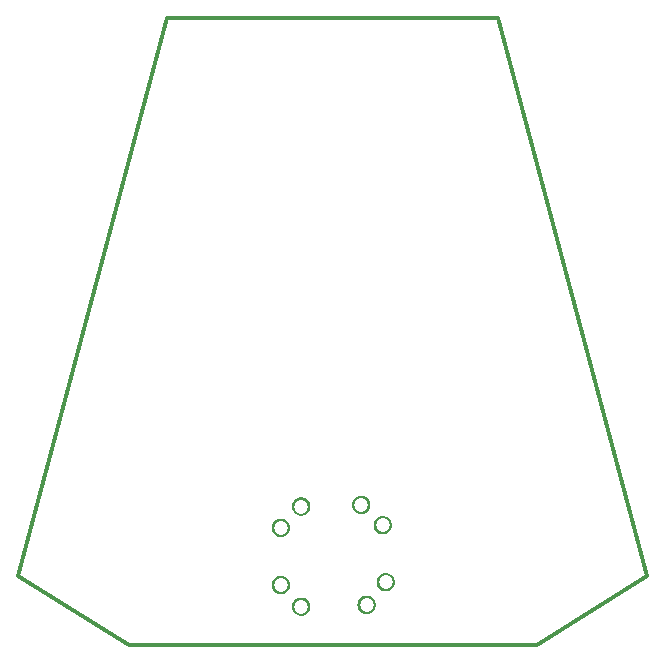
<source format=gbo>
%TF.GenerationSoftware,KiCad,Pcbnew,(6.0.6)*%
%TF.CreationDate,2022-07-10T10:04:06+09:00*%
%TF.ProjectId,nowt_promicro_plate_C,6e6f7774-5f70-4726-9f6d-6963726f5f70,rev?*%
%TF.SameCoordinates,Original*%
%TF.FileFunction,Legend,Bot*%
%TF.FilePolarity,Positive*%
%FSLAX46Y46*%
G04 Gerber Fmt 4.6, Leading zero omitted, Abs format (unit mm)*
G04 Created by KiCad (PCBNEW (6.0.6)) date 2022-07-10 10:04:06*
%MOMM*%
%LPD*%
G01*
G04 APERTURE LIST*
%TA.AperFunction,Profile*%
%ADD10C,0.349999*%
%TD*%
%ADD11C,0.350000*%
%ADD12C,1.200000*%
%ADD13C,2.300000*%
G04 APERTURE END LIST*
D10*
X46110529Y-61985703D02*
X46110529Y-61985703D01*
X46110529Y-61985703D02*
X46110529Y-61985703D01*
X46109748Y-62016579D02*
X46110529Y-61985703D01*
X46107431Y-62047049D02*
X46109748Y-62016579D01*
X46103616Y-62077076D02*
X46107431Y-62047049D01*
X46098339Y-62106623D02*
X46103616Y-62077076D01*
X46091639Y-62135651D02*
X46098339Y-62106623D01*
X46083554Y-62164123D02*
X46091639Y-62135651D01*
X46074121Y-62192002D02*
X46083554Y-62164123D01*
X46063378Y-62219249D02*
X46074121Y-62192002D01*
X46051363Y-62245826D02*
X46063378Y-62219249D01*
X46038113Y-62271697D02*
X46051363Y-62245826D01*
X46023665Y-62296823D02*
X46038113Y-62271697D01*
X46008059Y-62321167D02*
X46023665Y-62296823D01*
X45991331Y-62344691D02*
X46008059Y-62321167D01*
X45973519Y-62367357D02*
X45991331Y-62344691D01*
X45954661Y-62389128D02*
X45973519Y-62367357D01*
X45934794Y-62409965D02*
X45954661Y-62389128D01*
X45913956Y-62429832D02*
X45934794Y-62409965D01*
X45892186Y-62448690D02*
X45913956Y-62429832D01*
X45869520Y-62466502D02*
X45892186Y-62448690D01*
X45845996Y-62483231D02*
X45869520Y-62466502D01*
X45821652Y-62498837D02*
X45845996Y-62483231D01*
X45796526Y-62513285D02*
X45821652Y-62498837D01*
X45770655Y-62526535D02*
X45796526Y-62513285D01*
X45744077Y-62538550D02*
X45770655Y-62526535D01*
X45716831Y-62549294D02*
X45744077Y-62538550D01*
X45688952Y-62558727D02*
X45716831Y-62549294D01*
X45660480Y-62566812D02*
X45688952Y-62558727D01*
X45631451Y-62573512D02*
X45660480Y-62566812D01*
X45601905Y-62578788D02*
X45631451Y-62573512D01*
X45571877Y-62582604D02*
X45601905Y-62578788D01*
X45541406Y-62584921D02*
X45571877Y-62582604D01*
X45510530Y-62585702D02*
X45541406Y-62584921D01*
X45510530Y-62585702D02*
X45510530Y-62585702D01*
X45479654Y-62584921D02*
X45510530Y-62585702D01*
X45449184Y-62582604D02*
X45479654Y-62584921D01*
X45419156Y-62578788D02*
X45449184Y-62582604D01*
X45389609Y-62573512D02*
X45419156Y-62578788D01*
X45360581Y-62566812D02*
X45389609Y-62573512D01*
X45332109Y-62558727D02*
X45360581Y-62566812D01*
X45304230Y-62549294D02*
X45332109Y-62558727D01*
X45276983Y-62538550D02*
X45304230Y-62549294D01*
X45250406Y-62526535D02*
X45276983Y-62538550D01*
X45224535Y-62513285D02*
X45250406Y-62526535D01*
X45199409Y-62498837D02*
X45224535Y-62513285D01*
X45175065Y-62483231D02*
X45199409Y-62498837D01*
X45151541Y-62466502D02*
X45175065Y-62483231D01*
X45128875Y-62448690D02*
X45151541Y-62466502D01*
X45107104Y-62429832D02*
X45128875Y-62448690D01*
X45086267Y-62409965D02*
X45107104Y-62429832D01*
X45066400Y-62389128D02*
X45086267Y-62409965D01*
X45047542Y-62367357D02*
X45066400Y-62389128D01*
X45029730Y-62344691D02*
X45047542Y-62367357D01*
X45013002Y-62321167D02*
X45029730Y-62344691D01*
X44997395Y-62296823D02*
X45013002Y-62321167D01*
X44982948Y-62271697D02*
X44997395Y-62296823D01*
X44969698Y-62245826D02*
X44982948Y-62271697D01*
X44957683Y-62219249D02*
X44969698Y-62245826D01*
X44946940Y-62192002D02*
X44957683Y-62219249D01*
X44937507Y-62164123D02*
X44946940Y-62192002D01*
X44929421Y-62135651D02*
X44937507Y-62164123D01*
X44922722Y-62106623D02*
X44929421Y-62135651D01*
X44917445Y-62077076D02*
X44922722Y-62106623D01*
X44913630Y-62047049D02*
X44917445Y-62077076D01*
X44911313Y-62016579D02*
X44913630Y-62047049D01*
X44910532Y-61985703D02*
X44911313Y-62016579D01*
X44910532Y-61985703D02*
X44910532Y-61985703D01*
X44911313Y-61954828D02*
X44910532Y-61985703D01*
X44913630Y-61924357D02*
X44911313Y-61954828D01*
X44917445Y-61894330D02*
X44913630Y-61924357D01*
X44922722Y-61864783D02*
X44917445Y-61894330D01*
X44929421Y-61835755D02*
X44922722Y-61864783D01*
X44937507Y-61807283D02*
X44929421Y-61835755D01*
X44946940Y-61779405D02*
X44937507Y-61807283D01*
X44957683Y-61752158D02*
X44946940Y-61779405D01*
X44969698Y-61725580D02*
X44957683Y-61752158D01*
X44982948Y-61699709D02*
X44969698Y-61725580D01*
X44997395Y-61674583D02*
X44982948Y-61699709D01*
X45013002Y-61650239D02*
X44997395Y-61674583D01*
X45029730Y-61626716D02*
X45013002Y-61650239D01*
X45047542Y-61604049D02*
X45029730Y-61626716D01*
X45066400Y-61582279D02*
X45047542Y-61604049D01*
X45086267Y-61561441D02*
X45066400Y-61582279D01*
X45107104Y-61541574D02*
X45086267Y-61561441D01*
X45128875Y-61522716D02*
X45107104Y-61541574D01*
X45151541Y-61504904D02*
X45128875Y-61522716D01*
X45175065Y-61488176D02*
X45151541Y-61504904D01*
X45199409Y-61472569D02*
X45175065Y-61488176D01*
X45224535Y-61458122D02*
X45199409Y-61472569D01*
X45250406Y-61444871D02*
X45224535Y-61458122D01*
X45276983Y-61432856D02*
X45250406Y-61444871D01*
X45304230Y-61422113D02*
X45276983Y-61432856D01*
X45332109Y-61412680D02*
X45304230Y-61422113D01*
X45360581Y-61404594D02*
X45332109Y-61412680D01*
X45389609Y-61397895D02*
X45360581Y-61404594D01*
X45419156Y-61392618D02*
X45389609Y-61397895D01*
X45449184Y-61388802D02*
X45419156Y-61392618D01*
X45479654Y-61386485D02*
X45449184Y-61388802D01*
X45510530Y-61385705D02*
X45479654Y-61386485D01*
X45510530Y-61385705D02*
X45510530Y-61385705D01*
X45541406Y-61386485D02*
X45510530Y-61385705D01*
X45571877Y-61388802D02*
X45541406Y-61386485D01*
X45601905Y-61392618D02*
X45571877Y-61388802D01*
X45631451Y-61397895D02*
X45601905Y-61392618D01*
X45660480Y-61404594D02*
X45631451Y-61397895D01*
X45688952Y-61412680D02*
X45660480Y-61404594D01*
X45716831Y-61422113D02*
X45688952Y-61412680D01*
X45744077Y-61432856D02*
X45716831Y-61422113D01*
X45770655Y-61444871D02*
X45744077Y-61432856D01*
X45796526Y-61458122D02*
X45770655Y-61444871D01*
X45821652Y-61472569D02*
X45796526Y-61458122D01*
X45845996Y-61488176D02*
X45821652Y-61472569D01*
X45869520Y-61504904D02*
X45845996Y-61488176D01*
X45892186Y-61522716D02*
X45869520Y-61504904D01*
X45913956Y-61541574D02*
X45892186Y-61522716D01*
X45934794Y-61561441D02*
X45913956Y-61541574D01*
X45954661Y-61582279D02*
X45934794Y-61561441D01*
X45973519Y-61604049D02*
X45954661Y-61582279D01*
X45991331Y-61626716D02*
X45973519Y-61604049D01*
X46008059Y-61650239D02*
X45991331Y-61626716D01*
X46023665Y-61674583D02*
X46008059Y-61650239D01*
X46038113Y-61699709D02*
X46023665Y-61674583D01*
X46051363Y-61725580D02*
X46038113Y-61699709D01*
X46063378Y-61752158D02*
X46051363Y-61725580D01*
X46074121Y-61779405D02*
X46063378Y-61752158D01*
X46083554Y-61807283D02*
X46074121Y-61779405D01*
X46091639Y-61835755D02*
X46083554Y-61807283D01*
X46098339Y-61864783D02*
X46091639Y-61835755D01*
X46103616Y-61894330D02*
X46098339Y-61864783D01*
X46107431Y-61924357D02*
X46103616Y-61894330D01*
X46109748Y-61954828D02*
X46107431Y-61924357D01*
X46110529Y-61985703D02*
X46109748Y-61954828D01*
X44042898Y-55428986D02*
X44042898Y-55428986D01*
X44042898Y-55428986D02*
X44042898Y-55428986D01*
X44042117Y-55459862D02*
X44042898Y-55428986D01*
X44039800Y-55490332D02*
X44042117Y-55459862D01*
X44035985Y-55520359D02*
X44039800Y-55490332D01*
X44030708Y-55549906D02*
X44035985Y-55520359D01*
X44024009Y-55578934D02*
X44030708Y-55549906D01*
X44015923Y-55607406D02*
X44024009Y-55578934D01*
X44006491Y-55635285D02*
X44015923Y-55607406D01*
X43995747Y-55662532D02*
X44006491Y-55635285D01*
X43983732Y-55689109D02*
X43995747Y-55662532D01*
X43970482Y-55714980D02*
X43983732Y-55689109D01*
X43956035Y-55740106D02*
X43970482Y-55714980D01*
X43940428Y-55764450D02*
X43956035Y-55740106D01*
X43923700Y-55787974D02*
X43940428Y-55764450D01*
X43905888Y-55810640D02*
X43923700Y-55787974D01*
X43887030Y-55832411D02*
X43905888Y-55810640D01*
X43867163Y-55853248D02*
X43887030Y-55832411D01*
X43846326Y-55873115D02*
X43867163Y-55853248D01*
X43824555Y-55891973D02*
X43846326Y-55873115D01*
X43801889Y-55909786D02*
X43824555Y-55891973D01*
X43778365Y-55926514D02*
X43801889Y-55909786D01*
X43754021Y-55942120D02*
X43778365Y-55926514D01*
X43728895Y-55956568D02*
X43754021Y-55942120D01*
X43703024Y-55969818D02*
X43728895Y-55956568D01*
X43676447Y-55981833D02*
X43703024Y-55969818D01*
X43649200Y-55992577D02*
X43676447Y-55981833D01*
X43621321Y-56002010D02*
X43649200Y-55992577D01*
X43592849Y-56010095D02*
X43621321Y-56002010D01*
X43563821Y-56016795D02*
X43592849Y-56010095D01*
X43534274Y-56022071D02*
X43563821Y-56016795D01*
X43504246Y-56025887D02*
X43534274Y-56022071D01*
X43473776Y-56028204D02*
X43504246Y-56025887D01*
X43442900Y-56028985D02*
X43473776Y-56028204D01*
X43442900Y-56028985D02*
X43442900Y-56028985D01*
X43412024Y-56028204D02*
X43442900Y-56028985D01*
X43381553Y-56025887D02*
X43412024Y-56028204D01*
X43351525Y-56022071D02*
X43381553Y-56025887D01*
X43321979Y-56016795D02*
X43351525Y-56022071D01*
X43292950Y-56010095D02*
X43321979Y-56016795D01*
X43264478Y-56002010D02*
X43292950Y-56010095D01*
X43236599Y-55992577D02*
X43264478Y-56002010D01*
X43209352Y-55981833D02*
X43236599Y-55992577D01*
X43182775Y-55969818D02*
X43209352Y-55981833D01*
X43156904Y-55956568D02*
X43182775Y-55969818D01*
X43131778Y-55942120D02*
X43156904Y-55956568D01*
X43107434Y-55926514D02*
X43131778Y-55942120D01*
X43083910Y-55909786D02*
X43107434Y-55926514D01*
X43061244Y-55891973D02*
X43083910Y-55909786D01*
X43039473Y-55873115D02*
X43061244Y-55891973D01*
X43018635Y-55853248D02*
X43039473Y-55873115D01*
X42998768Y-55832411D02*
X43018635Y-55853248D01*
X42979910Y-55810640D02*
X42998768Y-55832411D01*
X42962098Y-55787974D02*
X42979910Y-55810640D01*
X42945370Y-55764450D02*
X42962098Y-55787974D01*
X42929763Y-55740106D02*
X42945370Y-55764450D01*
X42915316Y-55714980D02*
X42929763Y-55740106D01*
X42902066Y-55689109D02*
X42915316Y-55714980D01*
X42890050Y-55662532D02*
X42902066Y-55689109D01*
X42879307Y-55635285D02*
X42890050Y-55662532D01*
X42869874Y-55607406D02*
X42879307Y-55635285D01*
X42861789Y-55578934D02*
X42869874Y-55607406D01*
X42855089Y-55549906D02*
X42861789Y-55578934D01*
X42849813Y-55520359D02*
X42855089Y-55549906D01*
X42845997Y-55490332D02*
X42849813Y-55520359D01*
X42843680Y-55459862D02*
X42845997Y-55490332D01*
X42842899Y-55428986D02*
X42843680Y-55459862D01*
X42842899Y-55428986D02*
X42842899Y-55428986D01*
X42843680Y-55398111D02*
X42842899Y-55428986D01*
X42845997Y-55367640D02*
X42843680Y-55398111D01*
X42849813Y-55337613D02*
X42845997Y-55367640D01*
X42855089Y-55308066D02*
X42849813Y-55337613D01*
X42861789Y-55279038D02*
X42855089Y-55308066D01*
X42869874Y-55250566D02*
X42861789Y-55279038D01*
X42879307Y-55222688D02*
X42869874Y-55250566D01*
X42890050Y-55195441D02*
X42879307Y-55222688D01*
X42902066Y-55168863D02*
X42890050Y-55195441D01*
X42915316Y-55142992D02*
X42902066Y-55168863D01*
X42929763Y-55117866D02*
X42915316Y-55142992D01*
X42945370Y-55093522D02*
X42929763Y-55117866D01*
X42962098Y-55069999D02*
X42945370Y-55093522D01*
X42979910Y-55047333D02*
X42962098Y-55069999D01*
X42998768Y-55025562D02*
X42979910Y-55047333D01*
X43018635Y-55004724D02*
X42998768Y-55025562D01*
X43039473Y-54984857D02*
X43018635Y-55004724D01*
X43061244Y-54965999D02*
X43039473Y-54984857D01*
X43083910Y-54948187D02*
X43061244Y-54965999D01*
X43107434Y-54931459D02*
X43083910Y-54948187D01*
X43131778Y-54915852D02*
X43107434Y-54931459D01*
X43156904Y-54901405D02*
X43131778Y-54915852D01*
X43182775Y-54888155D02*
X43156904Y-54901405D01*
X43209352Y-54876139D02*
X43182775Y-54888155D01*
X43236599Y-54865396D02*
X43209352Y-54876139D01*
X43264478Y-54855963D02*
X43236599Y-54865396D01*
X43292950Y-54847877D02*
X43264478Y-54855963D01*
X43321979Y-54841178D02*
X43292950Y-54847877D01*
X43351525Y-54835901D02*
X43321979Y-54841178D01*
X43381553Y-54832085D02*
X43351525Y-54835901D01*
X43412024Y-54829768D02*
X43381553Y-54832085D01*
X43442900Y-54828988D02*
X43412024Y-54829768D01*
X43442900Y-54828988D02*
X43442900Y-54828988D01*
X43473776Y-54829768D02*
X43442900Y-54828988D01*
X43504246Y-54832085D02*
X43473776Y-54829768D01*
X43534274Y-54835901D02*
X43504246Y-54832085D01*
X43563821Y-54841178D02*
X43534274Y-54835901D01*
X43592849Y-54847877D02*
X43563821Y-54841178D01*
X43621321Y-54855963D02*
X43592849Y-54847877D01*
X43649200Y-54865396D02*
X43621321Y-54855963D01*
X43676447Y-54876139D02*
X43649200Y-54865396D01*
X43703024Y-54888155D02*
X43676447Y-54876139D01*
X43728895Y-54901405D02*
X43703024Y-54888155D01*
X43754021Y-54915852D02*
X43728895Y-54901405D01*
X43778365Y-54931459D02*
X43754021Y-54915852D01*
X43801889Y-54948187D02*
X43778365Y-54931459D01*
X43824555Y-54965999D02*
X43801889Y-54948187D01*
X43846326Y-54984857D02*
X43824555Y-54965999D01*
X43867163Y-55004724D02*
X43846326Y-54984857D01*
X43887030Y-55025562D02*
X43867163Y-55004724D01*
X43905888Y-55047333D02*
X43887030Y-55025562D01*
X43923700Y-55069999D02*
X43905888Y-55047333D01*
X43940428Y-55093522D02*
X43923700Y-55069999D01*
X43956035Y-55117866D02*
X43940428Y-55093522D01*
X43970482Y-55142992D02*
X43956035Y-55117866D01*
X43983732Y-55168863D02*
X43970482Y-55142992D01*
X43995747Y-55195441D02*
X43983732Y-55168863D01*
X44006491Y-55222688D02*
X43995747Y-55195441D01*
X44015923Y-55250566D02*
X44006491Y-55222688D01*
X44024009Y-55279038D02*
X44015923Y-55250566D01*
X44030708Y-55308066D02*
X44024009Y-55279038D01*
X44035985Y-55337613D02*
X44030708Y-55308066D01*
X44039800Y-55367640D02*
X44035985Y-55337613D01*
X44042117Y-55398111D02*
X44039800Y-55367640D01*
X44042898Y-55428986D02*
X44042117Y-55398111D01*
X44489979Y-63889329D02*
X44489979Y-63889329D01*
X44489979Y-63889329D02*
X44489979Y-63889329D01*
X44489198Y-63920204D02*
X44489979Y-63889329D01*
X44486881Y-63950675D02*
X44489198Y-63920204D01*
X44483065Y-63980702D02*
X44486881Y-63950675D01*
X44477789Y-64010249D02*
X44483065Y-63980702D01*
X44471089Y-64039277D02*
X44477789Y-64010249D01*
X44463004Y-64067749D02*
X44471089Y-64039277D01*
X44453571Y-64095627D02*
X44463004Y-64067749D01*
X44442828Y-64122874D02*
X44453571Y-64095627D01*
X44430812Y-64149452D02*
X44442828Y-64122874D01*
X44417562Y-64175322D02*
X44430812Y-64149452D01*
X44403115Y-64200449D02*
X44417562Y-64175322D01*
X44387508Y-64224792D02*
X44403115Y-64200449D01*
X44370780Y-64248316D02*
X44387508Y-64224792D01*
X44352968Y-64270982D02*
X44370780Y-64248316D01*
X44334110Y-64292753D02*
X44352968Y-64270982D01*
X44314243Y-64313591D02*
X44334110Y-64292753D01*
X44293405Y-64333457D02*
X44314243Y-64313591D01*
X44271634Y-64352316D02*
X44293405Y-64333457D01*
X44248968Y-64370128D02*
X44271634Y-64352316D01*
X44225444Y-64386856D02*
X44248968Y-64370128D01*
X44201100Y-64402463D02*
X44225444Y-64386856D01*
X44175974Y-64416910D02*
X44201100Y-64402463D01*
X44150103Y-64430160D02*
X44175974Y-64416910D01*
X44123526Y-64442176D02*
X44150103Y-64430160D01*
X44096279Y-64452919D02*
X44123526Y-64442176D01*
X44068400Y-64462352D02*
X44096279Y-64452919D01*
X44039928Y-64470437D02*
X44068400Y-64462352D01*
X44010899Y-64477137D02*
X44039928Y-64470437D01*
X43981353Y-64482414D02*
X44010899Y-64477137D01*
X43951325Y-64486229D02*
X43981353Y-64482414D01*
X43920854Y-64488546D02*
X43951325Y-64486229D01*
X43889978Y-64489327D02*
X43920854Y-64488546D01*
X43889978Y-64489327D02*
X43889978Y-64489327D01*
X43859102Y-64488546D02*
X43889978Y-64489327D01*
X43828632Y-64486229D02*
X43859102Y-64488546D01*
X43798604Y-64482414D02*
X43828632Y-64486229D01*
X43769057Y-64477137D02*
X43798604Y-64482414D01*
X43740029Y-64470437D02*
X43769057Y-64477137D01*
X43711557Y-64462352D02*
X43740029Y-64470437D01*
X43683678Y-64452919D02*
X43711557Y-64462352D01*
X43656431Y-64442176D02*
X43683678Y-64452919D01*
X43629853Y-64430160D02*
X43656431Y-64442176D01*
X43603982Y-64416910D02*
X43629853Y-64430160D01*
X43578856Y-64402463D02*
X43603982Y-64416910D01*
X43554512Y-64386856D02*
X43578856Y-64402463D01*
X43530988Y-64370128D02*
X43554512Y-64386856D01*
X43508322Y-64352316D02*
X43530988Y-64370128D01*
X43486552Y-64333457D02*
X43508322Y-64352316D01*
X43465714Y-64313591D02*
X43486552Y-64333457D01*
X43445847Y-64292753D02*
X43465714Y-64313591D01*
X43426989Y-64270982D02*
X43445847Y-64292753D01*
X43409177Y-64248316D02*
X43426989Y-64270982D01*
X43392449Y-64224792D02*
X43409177Y-64248316D01*
X43376842Y-64200449D02*
X43392449Y-64224792D01*
X43362395Y-64175322D02*
X43376842Y-64200449D01*
X43349144Y-64149452D02*
X43362395Y-64175322D01*
X43337129Y-64122874D02*
X43349144Y-64149452D01*
X43326386Y-64095627D02*
X43337129Y-64122874D01*
X43316953Y-64067749D02*
X43326386Y-64095627D01*
X43308868Y-64039277D02*
X43316953Y-64067749D01*
X43302168Y-64010249D02*
X43308868Y-64039277D01*
X43296891Y-63980702D02*
X43302168Y-64010249D01*
X43293076Y-63950675D02*
X43296891Y-63980702D01*
X43290759Y-63920204D02*
X43293076Y-63950675D01*
X43289978Y-63889329D02*
X43290759Y-63920204D01*
X43289978Y-63889329D02*
X43289978Y-63889329D01*
X43290759Y-63858453D02*
X43289978Y-63889329D01*
X43293076Y-63827983D02*
X43290759Y-63858453D01*
X43296891Y-63797955D02*
X43293076Y-63827983D01*
X43302168Y-63768409D02*
X43296891Y-63797955D01*
X43308868Y-63739380D02*
X43302168Y-63768409D01*
X43316953Y-63710908D02*
X43308868Y-63739380D01*
X43326386Y-63683030D02*
X43316953Y-63710908D01*
X43337129Y-63655783D02*
X43326386Y-63683030D01*
X43349144Y-63629206D02*
X43337129Y-63655783D01*
X43362395Y-63603335D02*
X43349144Y-63629206D01*
X43376842Y-63578209D02*
X43362395Y-63603335D01*
X43392449Y-63553865D02*
X43376842Y-63578209D01*
X43409177Y-63530341D02*
X43392449Y-63553865D01*
X43426989Y-63507675D02*
X43409177Y-63530341D01*
X43445847Y-63485904D02*
X43426989Y-63507675D01*
X43465714Y-63465067D02*
X43445847Y-63485904D01*
X43486552Y-63445200D02*
X43465714Y-63465067D01*
X43508322Y-63426341D02*
X43486552Y-63445200D01*
X43530988Y-63408529D02*
X43508322Y-63426341D01*
X43554512Y-63391801D02*
X43530988Y-63408529D01*
X43578856Y-63376195D02*
X43554512Y-63391801D01*
X43603982Y-63361747D02*
X43578856Y-63376195D01*
X43629853Y-63348497D02*
X43603982Y-63361747D01*
X43656431Y-63336481D02*
X43629853Y-63348497D01*
X43683678Y-63325738D02*
X43656431Y-63336481D01*
X43711557Y-63316305D02*
X43683678Y-63325738D01*
X43740029Y-63308220D02*
X43711557Y-63316305D01*
X43769057Y-63301520D02*
X43740029Y-63308220D01*
X43798604Y-63296244D02*
X43769057Y-63301520D01*
X43828632Y-63292428D02*
X43798604Y-63296244D01*
X43859102Y-63290111D02*
X43828632Y-63292428D01*
X43889978Y-63289330D02*
X43859102Y-63290111D01*
X43889978Y-63289330D02*
X43889978Y-63289330D01*
X43920854Y-63290111D02*
X43889978Y-63289330D01*
X43951325Y-63292428D02*
X43920854Y-63290111D01*
X43981353Y-63296244D02*
X43951325Y-63292428D01*
X44010899Y-63301520D02*
X43981353Y-63296244D01*
X44039928Y-63308220D02*
X44010899Y-63301520D01*
X44068400Y-63316305D02*
X44039928Y-63308220D01*
X44096279Y-63325738D02*
X44068400Y-63316305D01*
X44123526Y-63336481D02*
X44096279Y-63325738D01*
X44150103Y-63348497D02*
X44123526Y-63336481D01*
X44175974Y-63361747D02*
X44150103Y-63348497D01*
X44201100Y-63376195D02*
X44175974Y-63361747D01*
X44225444Y-63391801D02*
X44201100Y-63376195D01*
X44248968Y-63408529D02*
X44225444Y-63391801D01*
X44271634Y-63426341D02*
X44248968Y-63408529D01*
X44293405Y-63445200D02*
X44271634Y-63426341D01*
X44314243Y-63465067D02*
X44293405Y-63445200D01*
X44334110Y-63485904D02*
X44314243Y-63465067D01*
X44352968Y-63507675D02*
X44334110Y-63485904D01*
X44370780Y-63530341D02*
X44352968Y-63507675D01*
X44387508Y-63553865D02*
X44370780Y-63530341D01*
X44403115Y-63578209D02*
X44387508Y-63553865D01*
X44417562Y-63603335D02*
X44403115Y-63578209D01*
X44430812Y-63629206D02*
X44417562Y-63603335D01*
X44442828Y-63655783D02*
X44430812Y-63629206D01*
X44453571Y-63683030D02*
X44442828Y-63655783D01*
X44463004Y-63710908D02*
X44453571Y-63683030D01*
X44471089Y-63739380D02*
X44463004Y-63710908D01*
X44477789Y-63768409D02*
X44471089Y-63739380D01*
X44483065Y-63797955D02*
X44477789Y-63768409D01*
X44486881Y-63827983D02*
X44483065Y-63797955D01*
X44489198Y-63858453D02*
X44486881Y-63827983D01*
X44489979Y-63889329D02*
X44489198Y-63858453D01*
X45855059Y-57151215D02*
X45855059Y-57151215D01*
X45855059Y-57151215D02*
X45855059Y-57151215D01*
X45854278Y-57182091D02*
X45855059Y-57151215D01*
X45851961Y-57212561D02*
X45854278Y-57182091D01*
X45848145Y-57242588D02*
X45851961Y-57212561D01*
X45842869Y-57272135D02*
X45848145Y-57242588D01*
X45836169Y-57301163D02*
X45842869Y-57272135D01*
X45828084Y-57329635D02*
X45836169Y-57301163D01*
X45818651Y-57357514D02*
X45828084Y-57329635D01*
X45807907Y-57384761D02*
X45818651Y-57357514D01*
X45795892Y-57411338D02*
X45807907Y-57384761D01*
X45782641Y-57437209D02*
X45795892Y-57411338D01*
X45768194Y-57462335D02*
X45782641Y-57437209D01*
X45752587Y-57486679D02*
X45768194Y-57462335D01*
X45735859Y-57510203D02*
X45752587Y-57486679D01*
X45718047Y-57532869D02*
X45735859Y-57510203D01*
X45699189Y-57554640D02*
X45718047Y-57532869D01*
X45679322Y-57575477D02*
X45699189Y-57554640D01*
X45658484Y-57595344D02*
X45679322Y-57575477D01*
X45636713Y-57614202D02*
X45658484Y-57595344D01*
X45614047Y-57632015D02*
X45636713Y-57614202D01*
X45590523Y-57648743D02*
X45614047Y-57632015D01*
X45566179Y-57664349D02*
X45590523Y-57648743D01*
X45541053Y-57678797D02*
X45566179Y-57664349D01*
X45515182Y-57692047D02*
X45541053Y-57678797D01*
X45488604Y-57704062D02*
X45515182Y-57692047D01*
X45461357Y-57714806D02*
X45488604Y-57704062D01*
X45433478Y-57724239D02*
X45461357Y-57714806D01*
X45405006Y-57732324D02*
X45433478Y-57724239D01*
X45375977Y-57739024D02*
X45405006Y-57732324D01*
X45346431Y-57744300D02*
X45375977Y-57739024D01*
X45316403Y-57748116D02*
X45346431Y-57744300D01*
X45285932Y-57750433D02*
X45316403Y-57748116D01*
X45255056Y-57751214D02*
X45285932Y-57750433D01*
X45255056Y-57751214D02*
X45255056Y-57751214D01*
X45224181Y-57750433D02*
X45255056Y-57751214D01*
X45193710Y-57748116D02*
X45224181Y-57750433D01*
X45163683Y-57744300D02*
X45193710Y-57748116D01*
X45134136Y-57739024D02*
X45163683Y-57744300D01*
X45105108Y-57732324D02*
X45134136Y-57739024D01*
X45076635Y-57724239D02*
X45105108Y-57732324D01*
X45048757Y-57714806D02*
X45076635Y-57724239D01*
X45021510Y-57704062D02*
X45048757Y-57714806D01*
X44994932Y-57692047D02*
X45021510Y-57704062D01*
X44969062Y-57678797D02*
X44994932Y-57692047D01*
X44943936Y-57664349D02*
X44969062Y-57678797D01*
X44919592Y-57648743D02*
X44943936Y-57664349D01*
X44896068Y-57632015D02*
X44919592Y-57648743D01*
X44873402Y-57614202D02*
X44896068Y-57632015D01*
X44851631Y-57595344D02*
X44873402Y-57614202D01*
X44830794Y-57575477D02*
X44851631Y-57595344D01*
X44810927Y-57554640D02*
X44830794Y-57575477D01*
X44792069Y-57532869D02*
X44810927Y-57554640D01*
X44774256Y-57510203D02*
X44792069Y-57532869D01*
X44757528Y-57486679D02*
X44774256Y-57510203D01*
X44741922Y-57462335D02*
X44757528Y-57486679D01*
X44727475Y-57437209D02*
X44741922Y-57462335D01*
X44714224Y-57411338D02*
X44727475Y-57437209D01*
X44702209Y-57384761D02*
X44714224Y-57411338D01*
X44691466Y-57357514D02*
X44702209Y-57384761D01*
X44682033Y-57329635D02*
X44691466Y-57357514D01*
X44673947Y-57301163D02*
X44682033Y-57329635D01*
X44667248Y-57272135D02*
X44673947Y-57301163D01*
X44661971Y-57242588D02*
X44667248Y-57272135D01*
X44658156Y-57212561D02*
X44661971Y-57242588D01*
X44655839Y-57182091D02*
X44658156Y-57212561D01*
X44655058Y-57151215D02*
X44655839Y-57182091D01*
X44655058Y-57151215D02*
X44655058Y-57151215D01*
X44655839Y-57120340D02*
X44655058Y-57151215D01*
X44658156Y-57089869D02*
X44655839Y-57120340D01*
X44661971Y-57059842D02*
X44658156Y-57089869D01*
X44667248Y-57030295D02*
X44661971Y-57059842D01*
X44673947Y-57001267D02*
X44667248Y-57030295D01*
X44682033Y-56972795D02*
X44673947Y-57001267D01*
X44691466Y-56944917D02*
X44682033Y-56972795D01*
X44702209Y-56917670D02*
X44691466Y-56944917D01*
X44714224Y-56891092D02*
X44702209Y-56917670D01*
X44727475Y-56865221D02*
X44714224Y-56891092D01*
X44741922Y-56840095D02*
X44727475Y-56865221D01*
X44757528Y-56815751D02*
X44741922Y-56840095D01*
X44774256Y-56792228D02*
X44757528Y-56815751D01*
X44792069Y-56769562D02*
X44774256Y-56792228D01*
X44810927Y-56747791D02*
X44792069Y-56769562D01*
X44830794Y-56726953D02*
X44810927Y-56747791D01*
X44851631Y-56707086D02*
X44830794Y-56726953D01*
X44873402Y-56688228D02*
X44851631Y-56707086D01*
X44896068Y-56670416D02*
X44873402Y-56688228D01*
X44919592Y-56653688D02*
X44896068Y-56670416D01*
X44943936Y-56638081D02*
X44919592Y-56653688D01*
X44969062Y-56623634D02*
X44943936Y-56638081D01*
X44994932Y-56610384D02*
X44969062Y-56623634D01*
X45021510Y-56598368D02*
X44994932Y-56610384D01*
X45048757Y-56587625D02*
X45021510Y-56598368D01*
X45076635Y-56578192D02*
X45048757Y-56587625D01*
X45105108Y-56570106D02*
X45076635Y-56578192D01*
X45134136Y-56563407D02*
X45105108Y-56570106D01*
X45163683Y-56558130D02*
X45134136Y-56563407D01*
X45193710Y-56554315D02*
X45163683Y-56558130D01*
X45224181Y-56551997D02*
X45193710Y-56554315D01*
X45255056Y-56551217D02*
X45224181Y-56551997D01*
X45255056Y-56551217D02*
X45255056Y-56551217D01*
X45285932Y-56551997D02*
X45255056Y-56551217D01*
X45316403Y-56554315D02*
X45285932Y-56551997D01*
X45346431Y-56558130D02*
X45316403Y-56554315D01*
X45375977Y-56563407D02*
X45346431Y-56558130D01*
X45405006Y-56570106D02*
X45375977Y-56563407D01*
X45433478Y-56578192D02*
X45405006Y-56570106D01*
X45461357Y-56587625D02*
X45433478Y-56578192D01*
X45488604Y-56598368D02*
X45461357Y-56587625D01*
X45515182Y-56610384D02*
X45488604Y-56598368D01*
X45541053Y-56623634D02*
X45515182Y-56610384D01*
X45566179Y-56638081D02*
X45541053Y-56623634D01*
X45590523Y-56653688D02*
X45566179Y-56638081D01*
X45614047Y-56670416D02*
X45590523Y-56653688D01*
X45636713Y-56688228D02*
X45614047Y-56670416D01*
X45658484Y-56707086D02*
X45636713Y-56688228D01*
X45679322Y-56726953D02*
X45658484Y-56707086D01*
X45699189Y-56747791D02*
X45679322Y-56726953D01*
X45718047Y-56769562D02*
X45699189Y-56747791D01*
X45735859Y-56792228D02*
X45718047Y-56769562D01*
X45752587Y-56815751D02*
X45735859Y-56792228D01*
X45768194Y-56840095D02*
X45752587Y-56815751D01*
X45782641Y-56865221D02*
X45768194Y-56840095D01*
X45795892Y-56891092D02*
X45782641Y-56865221D01*
X45807907Y-56917670D02*
X45795892Y-56891092D01*
X45818651Y-56944917D02*
X45807907Y-56917670D01*
X45828084Y-56972795D02*
X45818651Y-56944917D01*
X45836169Y-57001267D02*
X45828084Y-56972795D01*
X45842869Y-57030295D02*
X45836169Y-57001267D01*
X45848145Y-57059842D02*
X45842869Y-57030295D01*
X45851961Y-57089869D02*
X45848145Y-57059842D01*
X45854278Y-57120340D02*
X45851961Y-57089869D01*
X45855059Y-57151215D02*
X45854278Y-57120340D01*
X38957640Y-64035409D02*
X38957640Y-64035409D01*
X38957640Y-64035409D02*
X38957640Y-64035409D01*
X38956859Y-64066284D02*
X38957640Y-64035409D01*
X38954542Y-64096755D02*
X38956859Y-64066284D01*
X38950726Y-64126782D02*
X38954542Y-64096755D01*
X38945450Y-64156329D02*
X38950726Y-64126782D01*
X38938750Y-64185357D02*
X38945450Y-64156329D01*
X38930665Y-64213829D02*
X38938750Y-64185357D01*
X38921232Y-64241707D02*
X38930665Y-64213829D01*
X38910489Y-64268954D02*
X38921232Y-64241707D01*
X38898473Y-64295532D02*
X38910489Y-64268954D01*
X38885223Y-64321402D02*
X38898473Y-64295532D01*
X38870776Y-64346529D02*
X38885223Y-64321402D01*
X38855169Y-64370872D02*
X38870776Y-64346529D01*
X38838441Y-64394396D02*
X38855169Y-64370872D01*
X38820629Y-64417062D02*
X38838441Y-64394396D01*
X38801771Y-64438833D02*
X38820629Y-64417062D01*
X38781904Y-64459671D02*
X38801771Y-64438833D01*
X38761066Y-64479538D02*
X38781904Y-64459671D01*
X38739295Y-64498396D02*
X38761066Y-64479538D01*
X38716629Y-64516208D02*
X38739295Y-64498396D01*
X38693105Y-64532936D02*
X38716629Y-64516208D01*
X38668761Y-64548543D02*
X38693105Y-64532936D01*
X38643635Y-64562990D02*
X38668761Y-64548543D01*
X38617764Y-64576240D02*
X38643635Y-64562990D01*
X38591187Y-64588256D02*
X38617764Y-64576240D01*
X38563940Y-64598999D02*
X38591187Y-64588256D01*
X38536061Y-64608432D02*
X38563940Y-64598999D01*
X38507589Y-64616517D02*
X38536061Y-64608432D01*
X38478560Y-64623217D02*
X38507589Y-64616517D01*
X38449013Y-64628494D02*
X38478560Y-64623217D01*
X38418986Y-64632309D02*
X38449013Y-64628494D01*
X38388515Y-64634626D02*
X38418986Y-64632309D01*
X38357639Y-64635407D02*
X38388515Y-64634626D01*
X38357639Y-64635407D02*
X38357639Y-64635407D01*
X38326763Y-64634626D02*
X38357639Y-64635407D01*
X38296293Y-64632309D02*
X38326763Y-64634626D01*
X38266266Y-64628494D02*
X38296293Y-64632309D01*
X38236719Y-64623217D02*
X38266266Y-64628494D01*
X38207690Y-64616517D02*
X38236719Y-64623217D01*
X38179218Y-64608432D02*
X38207690Y-64616517D01*
X38151340Y-64598999D02*
X38179218Y-64608432D01*
X38124093Y-64588256D02*
X38151340Y-64598999D01*
X38097515Y-64576240D02*
X38124093Y-64588256D01*
X38071644Y-64562990D02*
X38097515Y-64576240D01*
X38046518Y-64548543D02*
X38071644Y-64562990D01*
X38022174Y-64532936D02*
X38046518Y-64548543D01*
X37998650Y-64516208D02*
X38022174Y-64532936D01*
X37975984Y-64498396D02*
X37998650Y-64516208D01*
X37954213Y-64479538D02*
X37975984Y-64498396D01*
X37933376Y-64459671D02*
X37954213Y-64479538D01*
X37913509Y-64438833D02*
X37933376Y-64459671D01*
X37894650Y-64417062D02*
X37913509Y-64438833D01*
X37876838Y-64394396D02*
X37894650Y-64417062D01*
X37860110Y-64370872D02*
X37876838Y-64394396D01*
X37844503Y-64346529D02*
X37860110Y-64370872D01*
X37830056Y-64321402D02*
X37844503Y-64346529D01*
X37816806Y-64295532D02*
X37830056Y-64321402D01*
X37804790Y-64268954D02*
X37816806Y-64295532D01*
X37794047Y-64241707D02*
X37804790Y-64268954D01*
X37784614Y-64213829D02*
X37794047Y-64241707D01*
X37776529Y-64185357D02*
X37784614Y-64213829D01*
X37769829Y-64156329D02*
X37776529Y-64185357D01*
X37764552Y-64126782D02*
X37769829Y-64156329D01*
X37760737Y-64096755D02*
X37764552Y-64126782D01*
X37758420Y-64066284D02*
X37760737Y-64096755D01*
X37757639Y-64035409D02*
X37758420Y-64066284D01*
X37757639Y-64035409D02*
X37757639Y-64035409D01*
X37758420Y-64004533D02*
X37757639Y-64035409D01*
X37760737Y-63974063D02*
X37758420Y-64004533D01*
X37764552Y-63944035D02*
X37760737Y-63974063D01*
X37769829Y-63914489D02*
X37764552Y-63944035D01*
X37776529Y-63885461D02*
X37769829Y-63914489D01*
X37784614Y-63856988D02*
X37776529Y-63885461D01*
X37794047Y-63829110D02*
X37784614Y-63856988D01*
X37804790Y-63801863D02*
X37794047Y-63829110D01*
X37816806Y-63775286D02*
X37804790Y-63801863D01*
X37830056Y-63749415D02*
X37816806Y-63775286D01*
X37844503Y-63724289D02*
X37830056Y-63749415D01*
X37860110Y-63699945D02*
X37844503Y-63724289D01*
X37876838Y-63676421D02*
X37860110Y-63699945D01*
X37894650Y-63653755D02*
X37876838Y-63676421D01*
X37913509Y-63631984D02*
X37894650Y-63653755D01*
X37933376Y-63611147D02*
X37913509Y-63631984D01*
X37954213Y-63591280D02*
X37933376Y-63611147D01*
X37975984Y-63572421D02*
X37954213Y-63591280D01*
X37998650Y-63554609D02*
X37975984Y-63572421D01*
X38022174Y-63537881D02*
X37998650Y-63554609D01*
X38046518Y-63522275D02*
X38022174Y-63537881D01*
X38071644Y-63507827D02*
X38046518Y-63522275D01*
X38097515Y-63494577D02*
X38071644Y-63507827D01*
X38124093Y-63482561D02*
X38097515Y-63494577D01*
X38151340Y-63471818D02*
X38124093Y-63482561D01*
X38179218Y-63462385D02*
X38151340Y-63471818D01*
X38207690Y-63454300D02*
X38179218Y-63462385D01*
X38236719Y-63447600D02*
X38207690Y-63454300D01*
X38266266Y-63442324D02*
X38236719Y-63447600D01*
X38296293Y-63438508D02*
X38266266Y-63442324D01*
X38326763Y-63436191D02*
X38296293Y-63438508D01*
X38357639Y-63435410D02*
X38326763Y-63436191D01*
X38357639Y-63435410D02*
X38357639Y-63435410D01*
X38388515Y-63436191D02*
X38357639Y-63435410D01*
X38418986Y-63438508D02*
X38388515Y-63436191D01*
X38449013Y-63442324D02*
X38418986Y-63438508D01*
X38478560Y-63447600D02*
X38449013Y-63442324D01*
X38507589Y-63454300D02*
X38478560Y-63447600D01*
X38536061Y-63462385D02*
X38507589Y-63454300D01*
X38563940Y-63471818D02*
X38536061Y-63462385D01*
X38591187Y-63482561D02*
X38563940Y-63471818D01*
X38617764Y-63494577D02*
X38591187Y-63482561D01*
X38643635Y-63507827D02*
X38617764Y-63494577D01*
X38668761Y-63522275D02*
X38643635Y-63507827D01*
X38693105Y-63537881D02*
X38668761Y-63522275D01*
X38716629Y-63554609D02*
X38693105Y-63537881D01*
X38739295Y-63572421D02*
X38716629Y-63554609D01*
X38761066Y-63591280D02*
X38739295Y-63572421D01*
X38781904Y-63611147D02*
X38761066Y-63591280D01*
X38801771Y-63631984D02*
X38781904Y-63611147D01*
X38820629Y-63653755D02*
X38801771Y-63631984D01*
X38838441Y-63676421D02*
X38820629Y-63653755D01*
X38855169Y-63699945D02*
X38838441Y-63676421D01*
X38870776Y-63724289D02*
X38855169Y-63699945D01*
X38885223Y-63749415D02*
X38870776Y-63724289D01*
X38898473Y-63775286D02*
X38885223Y-63749415D01*
X38910489Y-63801863D02*
X38898473Y-63775286D01*
X38921232Y-63829110D02*
X38910489Y-63801863D01*
X38930665Y-63856988D02*
X38921232Y-63829110D01*
X38938750Y-63885461D02*
X38930665Y-63856988D01*
X38945450Y-63914489D02*
X38938750Y-63885461D01*
X38950726Y-63944035D02*
X38945450Y-63914489D01*
X38954542Y-63974063D02*
X38950726Y-63944035D01*
X38956859Y-64004533D02*
X38954542Y-63974063D01*
X38957640Y-64035409D02*
X38956859Y-64004533D01*
X37238890Y-62219948D02*
X37238890Y-62219948D01*
X37238890Y-62219948D02*
X37238890Y-62219948D01*
X37238109Y-62250824D02*
X37238890Y-62219948D01*
X37235792Y-62281294D02*
X37238109Y-62250824D01*
X37231976Y-62311322D02*
X37235792Y-62281294D01*
X37226700Y-62340868D02*
X37231976Y-62311322D01*
X37220000Y-62369897D02*
X37226700Y-62340868D01*
X37211915Y-62398369D02*
X37220000Y-62369897D01*
X37202482Y-62426247D02*
X37211915Y-62398369D01*
X37191739Y-62453494D02*
X37202482Y-62426247D01*
X37179723Y-62480071D02*
X37191739Y-62453494D01*
X37166473Y-62505942D02*
X37179723Y-62480071D01*
X37152026Y-62531068D02*
X37166473Y-62505942D01*
X37136419Y-62555412D02*
X37152026Y-62531068D01*
X37119691Y-62578936D02*
X37136419Y-62555412D01*
X37101879Y-62601602D02*
X37119691Y-62578936D01*
X37083021Y-62623373D02*
X37101879Y-62601602D01*
X37063154Y-62644210D02*
X37083021Y-62623373D01*
X37042316Y-62664077D02*
X37063154Y-62644210D01*
X37020545Y-62682936D02*
X37042316Y-62664077D01*
X36997879Y-62700748D02*
X37020545Y-62682936D01*
X36974355Y-62717476D02*
X36997879Y-62700748D01*
X36950011Y-62733083D02*
X36974355Y-62717476D01*
X36924885Y-62747530D02*
X36950011Y-62733083D01*
X36899014Y-62760780D02*
X36924885Y-62747530D01*
X36872437Y-62772796D02*
X36899014Y-62760780D01*
X36845190Y-62783539D02*
X36872437Y-62772796D01*
X36817311Y-62792972D02*
X36845190Y-62783539D01*
X36788839Y-62801057D02*
X36817311Y-62792972D01*
X36759810Y-62807757D02*
X36788839Y-62801057D01*
X36730263Y-62813034D02*
X36759810Y-62807757D01*
X36700236Y-62816849D02*
X36730263Y-62813034D01*
X36669765Y-62819166D02*
X36700236Y-62816849D01*
X36638889Y-62819947D02*
X36669765Y-62819166D01*
X36638889Y-62819947D02*
X36638889Y-62819947D01*
X36608013Y-62819166D02*
X36638889Y-62819947D01*
X36577543Y-62816849D02*
X36608013Y-62819166D01*
X36547516Y-62813034D02*
X36577543Y-62816849D01*
X36517969Y-62807757D02*
X36547516Y-62813034D01*
X36488940Y-62801057D02*
X36517969Y-62807757D01*
X36460468Y-62792972D02*
X36488940Y-62801057D01*
X36432590Y-62783539D02*
X36460468Y-62792972D01*
X36405343Y-62772796D02*
X36432590Y-62783539D01*
X36378765Y-62760780D02*
X36405343Y-62772796D01*
X36352894Y-62747530D02*
X36378765Y-62760780D01*
X36327768Y-62733083D02*
X36352894Y-62747530D01*
X36303424Y-62717476D02*
X36327768Y-62733083D01*
X36279900Y-62700748D02*
X36303424Y-62717476D01*
X36257234Y-62682936D02*
X36279900Y-62700748D01*
X36235463Y-62664077D02*
X36257234Y-62682936D01*
X36214626Y-62644210D02*
X36235463Y-62664077D01*
X36194759Y-62623373D02*
X36214626Y-62644210D01*
X36175900Y-62601602D02*
X36194759Y-62623373D01*
X36158088Y-62578936D02*
X36175900Y-62601602D01*
X36141360Y-62555412D02*
X36158088Y-62578936D01*
X36125753Y-62531068D02*
X36141360Y-62555412D01*
X36111306Y-62505942D02*
X36125753Y-62531068D01*
X36098056Y-62480071D02*
X36111306Y-62505942D01*
X36086040Y-62453494D02*
X36098056Y-62480071D01*
X36075297Y-62426247D02*
X36086040Y-62453494D01*
X36065864Y-62398369D02*
X36075297Y-62426247D01*
X36057779Y-62369897D02*
X36065864Y-62398369D01*
X36051079Y-62340868D02*
X36057779Y-62369897D01*
X36045802Y-62311322D02*
X36051079Y-62340868D01*
X36041987Y-62281294D02*
X36045802Y-62311322D01*
X36039670Y-62250824D02*
X36041987Y-62281294D01*
X36038889Y-62219948D02*
X36039670Y-62250824D01*
X36038889Y-62219948D02*
X36038889Y-62219948D01*
X36039670Y-62189073D02*
X36038889Y-62219948D01*
X36041987Y-62158602D02*
X36039670Y-62189073D01*
X36045802Y-62128575D02*
X36041987Y-62158602D01*
X36051079Y-62099029D02*
X36045802Y-62128575D01*
X36057779Y-62070000D02*
X36051079Y-62099029D01*
X36065864Y-62041528D02*
X36057779Y-62070000D01*
X36075297Y-62013650D02*
X36065864Y-62041528D01*
X36086040Y-61986403D02*
X36075297Y-62013650D01*
X36098056Y-61959825D02*
X36086040Y-61986403D01*
X36111306Y-61933955D02*
X36098056Y-61959825D01*
X36125753Y-61908829D02*
X36111306Y-61933955D01*
X36141360Y-61884485D02*
X36125753Y-61908829D01*
X36158088Y-61860961D02*
X36141360Y-61884485D01*
X36175900Y-61838295D02*
X36158088Y-61860961D01*
X36194759Y-61816524D02*
X36175900Y-61838295D01*
X36214626Y-61795686D02*
X36194759Y-61816524D01*
X36235463Y-61775820D02*
X36214626Y-61795686D01*
X36257234Y-61756961D02*
X36235463Y-61775820D01*
X36279900Y-61739149D02*
X36257234Y-61756961D01*
X36303424Y-61722421D02*
X36279900Y-61739149D01*
X36327768Y-61706814D02*
X36303424Y-61722421D01*
X36352894Y-61692367D02*
X36327768Y-61706814D01*
X36378765Y-61679117D02*
X36352894Y-61692367D01*
X36405343Y-61667101D02*
X36378765Y-61679117D01*
X36432590Y-61656358D02*
X36405343Y-61667101D01*
X36460468Y-61646925D02*
X36432590Y-61656358D01*
X36488940Y-61638840D02*
X36460468Y-61646925D01*
X36517969Y-61632140D02*
X36488940Y-61638840D01*
X36547516Y-61626863D02*
X36517969Y-61632140D01*
X36577543Y-61623048D02*
X36547516Y-61626863D01*
X36608013Y-61620731D02*
X36577543Y-61623048D01*
X36638889Y-61619950D02*
X36608013Y-61620731D01*
X36638889Y-61619950D02*
X36638889Y-61619950D01*
X36669765Y-61620731D02*
X36638889Y-61619950D01*
X36700236Y-61623048D02*
X36669765Y-61620731D01*
X36730263Y-61626863D02*
X36700236Y-61623048D01*
X36759810Y-61632140D02*
X36730263Y-61626863D01*
X36788839Y-61638840D02*
X36759810Y-61632140D01*
X36817311Y-61646925D02*
X36788839Y-61638840D01*
X36845190Y-61656358D02*
X36817311Y-61646925D01*
X36872437Y-61667101D02*
X36845190Y-61656358D01*
X36899014Y-61679117D02*
X36872437Y-61667101D01*
X36924885Y-61692367D02*
X36899014Y-61679117D01*
X36950011Y-61706814D02*
X36924885Y-61692367D01*
X36974355Y-61722421D02*
X36950011Y-61706814D01*
X36997879Y-61739149D02*
X36974355Y-61722421D01*
X37020545Y-61756961D02*
X36997879Y-61739149D01*
X37042316Y-61775820D02*
X37020545Y-61756961D01*
X37063154Y-61795686D02*
X37042316Y-61775820D01*
X37083021Y-61816524D02*
X37063154Y-61795686D01*
X37101879Y-61838295D02*
X37083021Y-61816524D01*
X37119691Y-61860961D02*
X37101879Y-61838295D01*
X37136419Y-61884485D02*
X37119691Y-61860961D01*
X37152026Y-61908829D02*
X37136419Y-61884485D01*
X37166473Y-61933955D02*
X37152026Y-61908829D01*
X37179723Y-61959825D02*
X37166473Y-61933955D01*
X37191739Y-61986403D02*
X37179723Y-61959825D01*
X37202482Y-62013650D02*
X37191739Y-61986403D01*
X37211915Y-62041528D02*
X37202482Y-62013650D01*
X37220000Y-62070000D02*
X37211915Y-62041528D01*
X37226700Y-62099029D02*
X37220000Y-62070000D01*
X37231976Y-62128575D02*
X37226700Y-62099029D01*
X37235792Y-62158602D02*
X37231976Y-62128575D01*
X37238109Y-62189073D02*
X37235792Y-62158602D01*
X37238890Y-62219948D02*
X37238109Y-62189073D01*
X37238890Y-57378716D02*
X37238890Y-57378716D01*
X37238890Y-57378716D02*
X37238890Y-57378716D01*
X37238109Y-57409592D02*
X37238890Y-57378716D01*
X37235792Y-57440062D02*
X37238109Y-57409592D01*
X37231976Y-57470089D02*
X37235792Y-57440062D01*
X37226700Y-57499636D02*
X37231976Y-57470089D01*
X37220000Y-57528664D02*
X37226700Y-57499636D01*
X37211915Y-57557136D02*
X37220000Y-57528664D01*
X37202482Y-57585015D02*
X37211915Y-57557136D01*
X37191739Y-57612262D02*
X37202482Y-57585015D01*
X37179723Y-57638839D02*
X37191739Y-57612262D01*
X37166473Y-57664710D02*
X37179723Y-57638839D01*
X37152026Y-57689836D02*
X37166473Y-57664710D01*
X37136419Y-57714180D02*
X37152026Y-57689836D01*
X37119691Y-57737704D02*
X37136419Y-57714180D01*
X37101879Y-57760370D02*
X37119691Y-57737704D01*
X37083021Y-57782141D02*
X37101879Y-57760370D01*
X37063154Y-57802978D02*
X37083021Y-57782141D01*
X37042316Y-57822845D02*
X37063154Y-57802978D01*
X37020545Y-57841703D02*
X37042316Y-57822845D01*
X36997879Y-57859515D02*
X37020545Y-57841703D01*
X36974355Y-57876244D02*
X36997879Y-57859515D01*
X36950011Y-57891850D02*
X36974355Y-57876244D01*
X36924885Y-57906298D02*
X36950011Y-57891850D01*
X36899014Y-57919548D02*
X36924885Y-57906298D01*
X36872437Y-57931563D02*
X36899014Y-57919548D01*
X36845190Y-57942307D02*
X36872437Y-57931563D01*
X36817311Y-57951740D02*
X36845190Y-57942307D01*
X36788839Y-57959825D02*
X36817311Y-57951740D01*
X36759810Y-57966525D02*
X36788839Y-57959825D01*
X36730263Y-57971801D02*
X36759810Y-57966525D01*
X36700236Y-57975617D02*
X36730263Y-57971801D01*
X36669765Y-57977934D02*
X36700236Y-57975617D01*
X36638889Y-57978715D02*
X36669765Y-57977934D01*
X36638889Y-57978715D02*
X36638889Y-57978715D01*
X36608013Y-57977934D02*
X36638889Y-57978715D01*
X36577543Y-57975617D02*
X36608013Y-57977934D01*
X36547516Y-57971801D02*
X36577543Y-57975617D01*
X36517969Y-57966525D02*
X36547516Y-57971801D01*
X36488940Y-57959825D02*
X36517969Y-57966525D01*
X36460468Y-57951740D02*
X36488940Y-57959825D01*
X36432590Y-57942307D02*
X36460468Y-57951740D01*
X36405343Y-57931563D02*
X36432590Y-57942307D01*
X36378765Y-57919548D02*
X36405343Y-57931563D01*
X36352894Y-57906298D02*
X36378765Y-57919548D01*
X36327768Y-57891850D02*
X36352894Y-57906298D01*
X36303424Y-57876244D02*
X36327768Y-57891850D01*
X36279900Y-57859515D02*
X36303424Y-57876244D01*
X36257234Y-57841703D02*
X36279900Y-57859515D01*
X36235463Y-57822845D02*
X36257234Y-57841703D01*
X36214626Y-57802978D02*
X36235463Y-57822845D01*
X36194759Y-57782141D02*
X36214626Y-57802978D01*
X36175900Y-57760370D02*
X36194759Y-57782141D01*
X36158088Y-57737704D02*
X36175900Y-57760370D01*
X36141360Y-57714180D02*
X36158088Y-57737704D01*
X36125753Y-57689836D02*
X36141360Y-57714180D01*
X36111306Y-57664710D02*
X36125753Y-57689836D01*
X36098056Y-57638839D02*
X36111306Y-57664710D01*
X36086040Y-57612262D02*
X36098056Y-57638839D01*
X36075297Y-57585015D02*
X36086040Y-57612262D01*
X36065864Y-57557136D02*
X36075297Y-57585015D01*
X36057779Y-57528664D02*
X36065864Y-57557136D01*
X36051079Y-57499636D02*
X36057779Y-57528664D01*
X36045802Y-57470089D02*
X36051079Y-57499636D01*
X36041987Y-57440062D02*
X36045802Y-57470089D01*
X36039670Y-57409592D02*
X36041987Y-57440062D01*
X36038889Y-57378716D02*
X36039670Y-57409592D01*
X36038889Y-57378716D02*
X36038889Y-57378716D01*
X36039670Y-57347841D02*
X36038889Y-57378716D01*
X36041987Y-57317370D02*
X36039670Y-57347841D01*
X36045802Y-57287343D02*
X36041987Y-57317370D01*
X36051079Y-57257796D02*
X36045802Y-57287343D01*
X36057779Y-57228768D02*
X36051079Y-57257796D01*
X36065864Y-57200296D02*
X36057779Y-57228768D01*
X36075297Y-57172418D02*
X36065864Y-57200296D01*
X36086040Y-57145171D02*
X36075297Y-57172418D01*
X36098056Y-57118593D02*
X36086040Y-57145171D01*
X36111306Y-57092722D02*
X36098056Y-57118593D01*
X36125753Y-57067596D02*
X36111306Y-57092722D01*
X36141360Y-57043252D02*
X36125753Y-57067596D01*
X36158088Y-57019729D02*
X36141360Y-57043252D01*
X36175900Y-56997062D02*
X36158088Y-57019729D01*
X36194759Y-56975292D02*
X36175900Y-56997062D01*
X36214626Y-56954454D02*
X36194759Y-56975292D01*
X36235463Y-56934587D02*
X36214626Y-56954454D01*
X36257234Y-56915729D02*
X36235463Y-56934587D01*
X36279900Y-56897917D02*
X36257234Y-56915729D01*
X36303424Y-56881189D02*
X36279900Y-56897917D01*
X36327768Y-56865582D02*
X36303424Y-56881189D01*
X36352894Y-56851135D02*
X36327768Y-56865582D01*
X36378765Y-56837884D02*
X36352894Y-56851135D01*
X36405343Y-56825869D02*
X36378765Y-56837884D01*
X36432590Y-56815126D02*
X36405343Y-56825869D01*
X36460468Y-56805693D02*
X36432590Y-56815126D01*
X36488940Y-56797607D02*
X36460468Y-56805693D01*
X36517969Y-56790908D02*
X36488940Y-56797607D01*
X36547516Y-56785631D02*
X36517969Y-56790908D01*
X36577543Y-56781815D02*
X36547516Y-56785631D01*
X36608013Y-56779498D02*
X36577543Y-56781815D01*
X36638889Y-56778718D02*
X36608013Y-56779498D01*
X36638889Y-56778718D02*
X36638889Y-56778718D01*
X36669765Y-56779498D02*
X36638889Y-56778718D01*
X36700236Y-56781815D02*
X36669765Y-56779498D01*
X36730263Y-56785631D02*
X36700236Y-56781815D01*
X36759810Y-56790908D02*
X36730263Y-56785631D01*
X36788839Y-56797607D02*
X36759810Y-56790908D01*
X36817311Y-56805693D02*
X36788839Y-56797607D01*
X36845190Y-56815126D02*
X36817311Y-56805693D01*
X36872437Y-56825869D02*
X36845190Y-56815126D01*
X36899014Y-56837884D02*
X36872437Y-56825869D01*
X36924885Y-56851135D02*
X36899014Y-56837884D01*
X36950011Y-56865582D02*
X36924885Y-56851135D01*
X36974355Y-56881189D02*
X36950011Y-56865582D01*
X36997879Y-56897917D02*
X36974355Y-56881189D01*
X37020545Y-56915729D02*
X36997879Y-56897917D01*
X37042316Y-56934587D02*
X37020545Y-56915729D01*
X37063154Y-56954454D02*
X37042316Y-56934587D01*
X37083021Y-56975292D02*
X37063154Y-56954454D01*
X37101879Y-56997062D02*
X37083021Y-56975292D01*
X37119691Y-57019729D02*
X37101879Y-56997062D01*
X37136419Y-57043252D02*
X37119691Y-57019729D01*
X37152026Y-57067596D02*
X37136419Y-57043252D01*
X37166473Y-57092722D02*
X37152026Y-57067596D01*
X37179723Y-57118593D02*
X37166473Y-57092722D01*
X37191739Y-57145171D02*
X37179723Y-57118593D01*
X37202482Y-57172418D02*
X37191739Y-57145171D01*
X37211915Y-57200296D02*
X37202482Y-57172418D01*
X37220000Y-57228768D02*
X37211915Y-57200296D01*
X37226700Y-57257796D02*
X37220000Y-57228768D01*
X37231976Y-57287343D02*
X37226700Y-57257796D01*
X37235792Y-57317370D02*
X37231976Y-57287343D01*
X37238109Y-57347841D02*
X37235792Y-57317370D01*
X37238890Y-57378716D02*
X37238109Y-57347841D01*
X38957640Y-55563256D02*
X38957640Y-55563256D01*
X38957640Y-55563256D02*
X38957640Y-55563256D01*
X38956859Y-55594132D02*
X38957640Y-55563256D01*
X38954542Y-55624602D02*
X38956859Y-55594132D01*
X38950726Y-55654629D02*
X38954542Y-55624602D01*
X38945450Y-55684176D02*
X38950726Y-55654629D01*
X38938750Y-55713204D02*
X38945450Y-55684176D01*
X38930665Y-55741676D02*
X38938750Y-55713204D01*
X38921232Y-55769555D02*
X38930665Y-55741676D01*
X38910489Y-55796801D02*
X38921232Y-55769555D01*
X38898473Y-55823379D02*
X38910489Y-55796801D01*
X38885223Y-55849250D02*
X38898473Y-55823379D01*
X38870776Y-55874376D02*
X38885223Y-55849250D01*
X38855169Y-55898720D02*
X38870776Y-55874376D01*
X38838441Y-55922244D02*
X38855169Y-55898720D01*
X38820629Y-55944910D02*
X38838441Y-55922244D01*
X38801771Y-55966680D02*
X38820629Y-55944910D01*
X38781904Y-55987518D02*
X38801771Y-55966680D01*
X38761066Y-56007385D02*
X38781904Y-55987518D01*
X38739295Y-56026243D02*
X38761066Y-56007385D01*
X38716629Y-56044055D02*
X38739295Y-56026243D01*
X38693105Y-56060783D02*
X38716629Y-56044055D01*
X38668761Y-56076390D02*
X38693105Y-56060783D01*
X38643635Y-56090837D02*
X38668761Y-56076390D01*
X38617764Y-56104088D02*
X38643635Y-56090837D01*
X38591187Y-56116103D02*
X38617764Y-56104088D01*
X38563940Y-56126846D02*
X38591187Y-56116103D01*
X38536061Y-56136279D02*
X38563940Y-56126846D01*
X38507589Y-56144365D02*
X38536061Y-56136279D01*
X38478560Y-56151064D02*
X38507589Y-56144365D01*
X38449013Y-56156341D02*
X38478560Y-56151064D01*
X38418986Y-56160157D02*
X38449013Y-56156341D01*
X38388515Y-56162474D02*
X38418986Y-56160157D01*
X38357639Y-56163254D02*
X38388515Y-56162474D01*
X38357639Y-56163254D02*
X38357639Y-56163254D01*
X38326763Y-56162474D02*
X38357639Y-56163254D01*
X38296293Y-56160157D02*
X38326763Y-56162474D01*
X38266266Y-56156341D02*
X38296293Y-56160157D01*
X38236719Y-56151064D02*
X38266266Y-56156341D01*
X38207690Y-56144365D02*
X38236719Y-56151064D01*
X38179218Y-56136279D02*
X38207690Y-56144365D01*
X38151340Y-56126846D02*
X38179218Y-56136279D01*
X38124093Y-56116103D02*
X38151340Y-56126846D01*
X38097515Y-56104088D02*
X38124093Y-56116103D01*
X38071644Y-56090837D02*
X38097515Y-56104088D01*
X38046518Y-56076390D02*
X38071644Y-56090837D01*
X38022174Y-56060783D02*
X38046518Y-56076390D01*
X37998650Y-56044055D02*
X38022174Y-56060783D01*
X37975984Y-56026243D02*
X37998650Y-56044055D01*
X37954213Y-56007385D02*
X37975984Y-56026243D01*
X37933376Y-55987518D02*
X37954213Y-56007385D01*
X37913509Y-55966680D02*
X37933376Y-55987518D01*
X37894650Y-55944910D02*
X37913509Y-55966680D01*
X37876838Y-55922244D02*
X37894650Y-55944910D01*
X37860110Y-55898720D02*
X37876838Y-55922244D01*
X37844503Y-55874376D02*
X37860110Y-55898720D01*
X37830056Y-55849250D02*
X37844503Y-55874376D01*
X37816806Y-55823379D02*
X37830056Y-55849250D01*
X37804790Y-55796801D02*
X37816806Y-55823379D01*
X37794047Y-55769555D02*
X37804790Y-55796801D01*
X37784614Y-55741676D02*
X37794047Y-55769555D01*
X37776529Y-55713204D02*
X37784614Y-55741676D01*
X37769829Y-55684176D02*
X37776529Y-55713204D01*
X37764552Y-55654629D02*
X37769829Y-55684176D01*
X37760737Y-55624602D02*
X37764552Y-55654629D01*
X37758420Y-55594132D02*
X37760737Y-55624602D01*
X37757639Y-55563256D02*
X37758420Y-55594132D01*
X37757639Y-55563256D02*
X37757639Y-55563256D01*
X37758420Y-55532380D02*
X37757639Y-55563256D01*
X37760737Y-55501910D02*
X37758420Y-55532380D01*
X37764552Y-55471883D02*
X37760737Y-55501910D01*
X37769829Y-55442336D02*
X37764552Y-55471883D01*
X37776529Y-55413308D02*
X37769829Y-55442336D01*
X37784614Y-55384836D02*
X37776529Y-55413308D01*
X37794047Y-55356957D02*
X37784614Y-55384836D01*
X37804790Y-55329711D02*
X37794047Y-55356957D01*
X37816806Y-55303133D02*
X37804790Y-55329711D01*
X37830056Y-55277262D02*
X37816806Y-55303133D01*
X37844503Y-55252136D02*
X37830056Y-55277262D01*
X37860110Y-55227792D02*
X37844503Y-55252136D01*
X37876838Y-55204268D02*
X37860110Y-55227792D01*
X37894650Y-55181602D02*
X37876838Y-55204268D01*
X37913509Y-55159832D02*
X37894650Y-55181602D01*
X37933376Y-55138994D02*
X37913509Y-55159832D01*
X37954213Y-55119127D02*
X37933376Y-55138994D01*
X37975984Y-55100269D02*
X37954213Y-55119127D01*
X37998650Y-55082457D02*
X37975984Y-55100269D01*
X38022174Y-55065728D02*
X37998650Y-55082457D01*
X38046518Y-55050122D02*
X38022174Y-55065728D01*
X38071644Y-55035675D02*
X38046518Y-55050122D01*
X38097515Y-55022424D02*
X38071644Y-55035675D01*
X38124093Y-55010409D02*
X38097515Y-55022424D01*
X38151340Y-54999665D02*
X38124093Y-55010409D01*
X38179218Y-54990232D02*
X38151340Y-54999665D01*
X38207690Y-54982147D02*
X38179218Y-54990232D01*
X38236719Y-54975447D02*
X38207690Y-54982147D01*
X38266266Y-54970171D02*
X38236719Y-54975447D01*
X38296293Y-54966355D02*
X38266266Y-54970171D01*
X38326763Y-54964038D02*
X38296293Y-54966355D01*
X38357639Y-54963257D02*
X38326763Y-54964038D01*
X38357639Y-54963257D02*
X38357639Y-54963257D01*
X38388515Y-54964038D02*
X38357639Y-54963257D01*
X38418986Y-54966355D02*
X38388515Y-54964038D01*
X38449013Y-54970171D02*
X38418986Y-54966355D01*
X38478560Y-54975447D02*
X38449013Y-54970171D01*
X38507589Y-54982147D02*
X38478560Y-54975447D01*
X38536061Y-54990232D02*
X38507589Y-54982147D01*
X38563940Y-54999665D02*
X38536061Y-54990232D01*
X38591187Y-55010409D02*
X38563940Y-54999665D01*
X38617764Y-55022424D02*
X38591187Y-55010409D01*
X38643635Y-55035675D02*
X38617764Y-55022424D01*
X38668761Y-55050122D02*
X38643635Y-55035675D01*
X38693105Y-55065728D02*
X38668761Y-55050122D01*
X38716629Y-55082457D02*
X38693105Y-55065728D01*
X38739295Y-55100269D02*
X38716629Y-55082457D01*
X38761066Y-55119127D02*
X38739295Y-55100269D01*
X38781904Y-55138994D02*
X38761066Y-55119127D01*
X38801771Y-55159832D02*
X38781904Y-55138994D01*
X38820629Y-55181602D02*
X38801771Y-55159832D01*
X38838441Y-55204268D02*
X38820629Y-55181602D01*
X38855169Y-55227792D02*
X38838441Y-55204268D01*
X38870776Y-55252136D02*
X38855169Y-55227792D01*
X38885223Y-55277262D02*
X38870776Y-55252136D01*
X38898473Y-55303133D02*
X38885223Y-55277262D01*
X38910489Y-55329711D02*
X38898473Y-55303133D01*
X38921232Y-55356957D02*
X38910489Y-55329711D01*
X38930665Y-55384836D02*
X38921232Y-55356957D01*
X38938750Y-55413308D02*
X38930665Y-55384836D01*
X38945450Y-55442336D02*
X38938750Y-55413308D01*
X38950726Y-55471883D02*
X38945450Y-55442336D01*
X38954542Y-55501910D02*
X38950726Y-55471883D01*
X38956859Y-55532380D02*
X38954542Y-55501910D01*
X38957640Y-55563256D02*
X38956859Y-55532380D01*
X41023489Y-14190255D02*
X27031625Y-14190255D01*
X41023489Y-14190255D02*
X41023489Y-14190255D01*
X55015352Y-14190255D02*
X41023489Y-14190255D01*
X55015352Y-14190255D02*
X55015352Y-14190255D01*
X67674734Y-61435708D02*
X55015352Y-14190255D01*
X67674734Y-61435708D02*
X67674734Y-61435708D01*
X58290972Y-67299332D02*
X67674734Y-61435708D01*
X58290972Y-67299332D02*
X58290972Y-67299332D01*
X41023489Y-67299332D02*
X58290972Y-67299332D01*
X41023489Y-67299332D02*
X41023489Y-67299332D01*
X23756006Y-67299332D02*
X41023489Y-67299332D01*
X23756006Y-67299332D02*
X23756006Y-67299332D01*
X14372244Y-61435708D02*
X23756006Y-67299332D01*
X14372244Y-61435708D02*
X14372244Y-61435708D01*
X27031625Y-14190255D02*
X14372244Y-61435708D01*
D11*
X43450000Y-55430000D03*
X45250000Y-57160000D03*
X45520000Y-61990000D03*
X43900000Y-63890000D03*
X38360000Y-64040000D03*
X36640000Y-62220000D03*
X36640000Y-57390000D03*
X38360000Y-55570000D03*
X56930000Y-36760000D03*
X63040000Y-59600000D03*
X18990000Y-59600000D03*
X25120000Y-36770000D03*
%LPC*%
D12*
%TO.C,Ref\u002A\u002A*%
X43450000Y-55430000D03*
%TD*%
%TO.C,Ref\u002A\u002A*%
X45250000Y-57160000D03*
%TD*%
%TO.C,Ref\u002A\u002A*%
X45520000Y-61990000D03*
%TD*%
%TO.C,Ref\u002A\u002A*%
X43900000Y-63890000D03*
%TD*%
%TO.C,Ref\u002A\u002A*%
X38360000Y-64040000D03*
%TD*%
%TO.C,Ref\u002A\u002A*%
X36640000Y-62220000D03*
%TD*%
%TO.C,Ref\u002A\u002A*%
X36640000Y-57390000D03*
%TD*%
%TO.C,Ref\u002A\u002A*%
X38360000Y-55570000D03*
%TD*%
D13*
%TO.C,REF\u002A\u002A*%
X56930000Y-36760000D03*
%TD*%
%TO.C,REF\u002A\u002A*%
X63040000Y-59600000D03*
%TD*%
%TO.C,REF\u002A\u002A*%
X18990000Y-59600000D03*
%TD*%
%TO.C,REF\u002A\u002A*%
X25120000Y-36770000D03*
%TD*%
M02*

</source>
